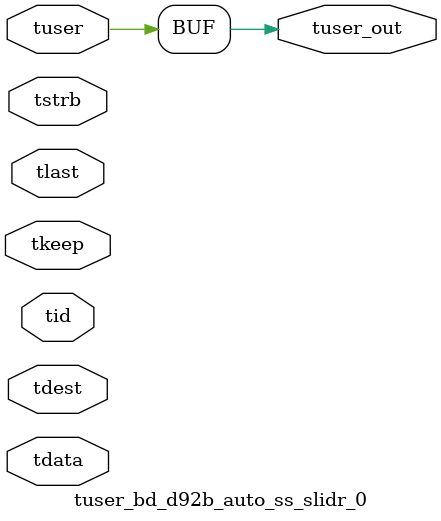
<source format=v>


`timescale 1ps/1ps

module tuser_bd_d92b_auto_ss_slidr_0 #
(
parameter C_S_AXIS_TUSER_WIDTH = 1,
parameter C_S_AXIS_TDATA_WIDTH = 32,
parameter C_S_AXIS_TID_WIDTH   = 0,
parameter C_S_AXIS_TDEST_WIDTH = 0,
parameter C_M_AXIS_TUSER_WIDTH = 1
)
(
input  [(C_S_AXIS_TUSER_WIDTH == 0 ? 1 : C_S_AXIS_TUSER_WIDTH)-1:0     ] tuser,
input  [(C_S_AXIS_TDATA_WIDTH == 0 ? 1 : C_S_AXIS_TDATA_WIDTH)-1:0     ] tdata,
input  [(C_S_AXIS_TID_WIDTH   == 0 ? 1 : C_S_AXIS_TID_WIDTH)-1:0       ] tid,
input  [(C_S_AXIS_TDEST_WIDTH == 0 ? 1 : C_S_AXIS_TDEST_WIDTH)-1:0     ] tdest,
input  [(C_S_AXIS_TDATA_WIDTH/8)-1:0 ] tkeep,
input  [(C_S_AXIS_TDATA_WIDTH/8)-1:0 ] tstrb,
input                                                                    tlast,
output [C_M_AXIS_TUSER_WIDTH-1:0] tuser_out
);

assign tuser_out = {tuser[0:0]};

endmodule


</source>
